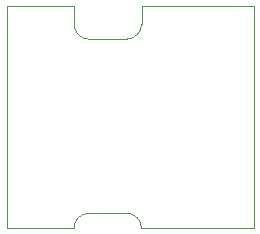
<source format=gbr>
G04 #@! TF.GenerationSoftware,KiCad,Pcbnew,(5.1.5)-3*
G04 #@! TF.CreationDate,2023-08-31T22:46:46+02:00*
G04 #@! TF.ProjectId,usb-trace-adapter,7573622d-7472-4616-9365-2d6164617074,A*
G04 #@! TF.SameCoordinates,PX57b03e0PY53d00e0*
G04 #@! TF.FileFunction,Profile,NP*
%FSLAX46Y46*%
G04 Gerber Fmt 4.6, Leading zero omitted, Abs format (unit mm)*
G04 Created by KiCad (PCBNEW (5.1.5)-3) date 2023-08-31 22:46:46*
%MOMM*%
%LPD*%
G04 APERTURE LIST*
%ADD10C,0.050000*%
G04 APERTURE END LIST*
D10*
X11430000Y0D02*
X20955000Y0D01*
X6985000Y1270000D02*
X10160000Y1270000D01*
X10160000Y1270000D02*
G75*
G02X11430000Y0I0J-1270000D01*
G01*
X5715000Y0D02*
G75*
G02X6985000Y1270000I1270000J0D01*
G01*
X11430000Y18796000D02*
X20955000Y18796000D01*
X11430000Y17272000D02*
X11430000Y18796000D01*
X5715000Y17272000D02*
X5715000Y18796000D01*
X10160000Y16002000D02*
X6985000Y16002000D01*
X11430000Y17272000D02*
G75*
G02X10160000Y16002000I-1270000J0D01*
G01*
X6985000Y16002000D02*
G75*
G02X5715000Y17272000I0J1270000D01*
G01*
X0Y18796000D02*
X0Y0D01*
X5715000Y18796000D02*
X0Y18796000D01*
X20955000Y0D02*
X20955000Y18796000D01*
X0Y0D02*
X5715000Y0D01*
M02*

</source>
